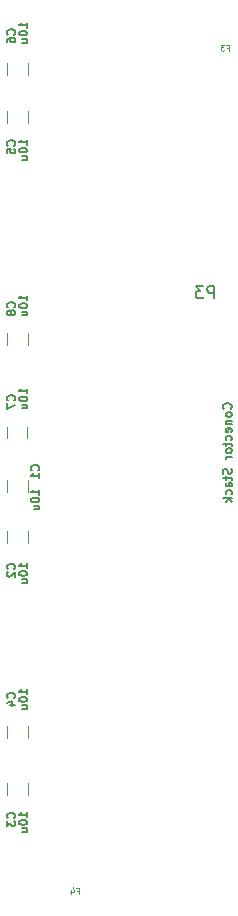
<source format=gbo>
G04 #@! TF.FileFunction,Legend,Bot*
%FSLAX46Y46*%
G04 Gerber Fmt 4.6, Leading zero omitted, Abs format (unit mm)*
G04 Created by KiCad (PCBNEW 4.0.4+e1-6308~48~ubuntu15.10.1-stable) date Fri Nov 17 08:48:54 2017*
%MOMM*%
%LPD*%
G01*
G04 APERTURE LIST*
%ADD10C,0.150000*%
%ADD11C,0.120000*%
%ADD12C,0.100000*%
G04 APERTURE END LIST*
D10*
D11*
X74486000Y-98064000D02*
X74486000Y-99064000D01*
X72786000Y-99064000D02*
X72786000Y-98064000D01*
X72786000Y-103394000D02*
X72786000Y-102394000D01*
X74486000Y-102394000D02*
X74486000Y-103394000D01*
X72786000Y-124730000D02*
X72786000Y-123730000D01*
X74486000Y-123730000D02*
X74486000Y-124730000D01*
X74486000Y-118904000D02*
X74486000Y-119904000D01*
X72786000Y-119904000D02*
X72786000Y-118904000D01*
X72786000Y-67810000D02*
X72786000Y-66810000D01*
X74486000Y-66810000D02*
X74486000Y-67810000D01*
X74486000Y-62746000D02*
X74486000Y-63746000D01*
X72786000Y-63746000D02*
X72786000Y-62746000D01*
X72735200Y-94536200D02*
X72735200Y-93536200D01*
X74435200Y-93536200D02*
X74435200Y-94536200D01*
X74486000Y-85582000D02*
X74486000Y-86582000D01*
X72786000Y-86582000D02*
X72786000Y-85582000D01*
D12*
X78652666Y-132806286D02*
X78819332Y-132806286D01*
X78819332Y-133068190D02*
X78819332Y-132568190D01*
X78581237Y-132568190D01*
X78176476Y-132734857D02*
X78176476Y-133068190D01*
X78295523Y-132544381D02*
X78414571Y-132901524D01*
X78105047Y-132901524D01*
X91352666Y-61432286D02*
X91519332Y-61432286D01*
X91519332Y-61694190D02*
X91519332Y-61194190D01*
X91281237Y-61194190D01*
X91138380Y-61194190D02*
X90828857Y-61194190D01*
X90995523Y-61384667D01*
X90924095Y-61384667D01*
X90876476Y-61408476D01*
X90852666Y-61432286D01*
X90828857Y-61479905D01*
X90828857Y-61598952D01*
X90852666Y-61646571D01*
X90876476Y-61670381D01*
X90924095Y-61694190D01*
X91066952Y-61694190D01*
X91114571Y-61670381D01*
X91138380Y-61646571D01*
D10*
X90258095Y-82652381D02*
X90258095Y-81652381D01*
X89877142Y-81652381D01*
X89781904Y-81700000D01*
X89734285Y-81747619D01*
X89686666Y-81842857D01*
X89686666Y-81985714D01*
X89734285Y-82080952D01*
X89781904Y-82128571D01*
X89877142Y-82176190D01*
X90258095Y-82176190D01*
X89353333Y-81652381D02*
X88734285Y-81652381D01*
X89067619Y-82033333D01*
X88924761Y-82033333D01*
X88829523Y-82080952D01*
X88781904Y-82128571D01*
X88734285Y-82223810D01*
X88734285Y-82461905D01*
X88781904Y-82557143D01*
X88829523Y-82604762D01*
X88924761Y-82652381D01*
X89210476Y-82652381D01*
X89305714Y-82604762D01*
X89353333Y-82557143D01*
X91717857Y-92023573D02*
X91753571Y-91987859D01*
X91789286Y-91880716D01*
X91789286Y-91809287D01*
X91753571Y-91702144D01*
X91682143Y-91630716D01*
X91610714Y-91595001D01*
X91467857Y-91559287D01*
X91360714Y-91559287D01*
X91217857Y-91595001D01*
X91146429Y-91630716D01*
X91075000Y-91702144D01*
X91039286Y-91809287D01*
X91039286Y-91880716D01*
X91075000Y-91987859D01*
X91110714Y-92023573D01*
X91789286Y-92452144D02*
X91753571Y-92380716D01*
X91717857Y-92345001D01*
X91646429Y-92309287D01*
X91432143Y-92309287D01*
X91360714Y-92345001D01*
X91325000Y-92380716D01*
X91289286Y-92452144D01*
X91289286Y-92559287D01*
X91325000Y-92630716D01*
X91360714Y-92666430D01*
X91432143Y-92702144D01*
X91646429Y-92702144D01*
X91717857Y-92666430D01*
X91753571Y-92630716D01*
X91789286Y-92559287D01*
X91789286Y-92452144D01*
X91289286Y-93023572D02*
X91789286Y-93023572D01*
X91360714Y-93023572D02*
X91325000Y-93059287D01*
X91289286Y-93130715D01*
X91289286Y-93237858D01*
X91325000Y-93309287D01*
X91396429Y-93345001D01*
X91789286Y-93345001D01*
X91753571Y-93987858D02*
X91789286Y-93916429D01*
X91789286Y-93773572D01*
X91753571Y-93702143D01*
X91682143Y-93666429D01*
X91396429Y-93666429D01*
X91325000Y-93702143D01*
X91289286Y-93773572D01*
X91289286Y-93916429D01*
X91325000Y-93987858D01*
X91396429Y-94023572D01*
X91467857Y-94023572D01*
X91539286Y-93666429D01*
X91753571Y-94666429D02*
X91789286Y-94595000D01*
X91789286Y-94452143D01*
X91753571Y-94380715D01*
X91717857Y-94345000D01*
X91646429Y-94309286D01*
X91432143Y-94309286D01*
X91360714Y-94345000D01*
X91325000Y-94380715D01*
X91289286Y-94452143D01*
X91289286Y-94595000D01*
X91325000Y-94666429D01*
X91289286Y-94880715D02*
X91289286Y-95166429D01*
X91039286Y-94987857D02*
X91682143Y-94987857D01*
X91753571Y-95023572D01*
X91789286Y-95095000D01*
X91789286Y-95166429D01*
X91789286Y-95523571D02*
X91753571Y-95452143D01*
X91717857Y-95416428D01*
X91646429Y-95380714D01*
X91432143Y-95380714D01*
X91360714Y-95416428D01*
X91325000Y-95452143D01*
X91289286Y-95523571D01*
X91289286Y-95630714D01*
X91325000Y-95702143D01*
X91360714Y-95737857D01*
X91432143Y-95773571D01*
X91646429Y-95773571D01*
X91717857Y-95737857D01*
X91753571Y-95702143D01*
X91789286Y-95630714D01*
X91789286Y-95523571D01*
X91789286Y-96094999D02*
X91289286Y-96094999D01*
X91432143Y-96094999D02*
X91360714Y-96130714D01*
X91325000Y-96166428D01*
X91289286Y-96237857D01*
X91289286Y-96309285D01*
X91753571Y-97095000D02*
X91789286Y-97202143D01*
X91789286Y-97380714D01*
X91753571Y-97452143D01*
X91717857Y-97487857D01*
X91646429Y-97523572D01*
X91575000Y-97523572D01*
X91503571Y-97487857D01*
X91467857Y-97452143D01*
X91432143Y-97380714D01*
X91396429Y-97237857D01*
X91360714Y-97166429D01*
X91325000Y-97130714D01*
X91253571Y-97095000D01*
X91182143Y-97095000D01*
X91110714Y-97130714D01*
X91075000Y-97166429D01*
X91039286Y-97237857D01*
X91039286Y-97416429D01*
X91075000Y-97523572D01*
X91289286Y-97737858D02*
X91289286Y-98023572D01*
X91039286Y-97845000D02*
X91682143Y-97845000D01*
X91753571Y-97880715D01*
X91789286Y-97952143D01*
X91789286Y-98023572D01*
X91789286Y-98595000D02*
X91396429Y-98595000D01*
X91325000Y-98559286D01*
X91289286Y-98487857D01*
X91289286Y-98345000D01*
X91325000Y-98273571D01*
X91753571Y-98595000D02*
X91789286Y-98523571D01*
X91789286Y-98345000D01*
X91753571Y-98273571D01*
X91682143Y-98237857D01*
X91610714Y-98237857D01*
X91539286Y-98273571D01*
X91503571Y-98345000D01*
X91503571Y-98523571D01*
X91467857Y-98595000D01*
X91753571Y-99273571D02*
X91789286Y-99202142D01*
X91789286Y-99059285D01*
X91753571Y-98987857D01*
X91717857Y-98952142D01*
X91646429Y-98916428D01*
X91432143Y-98916428D01*
X91360714Y-98952142D01*
X91325000Y-98987857D01*
X91289286Y-99059285D01*
X91289286Y-99202142D01*
X91325000Y-99273571D01*
X91789286Y-99594999D02*
X91039286Y-99594999D01*
X91503571Y-99666428D02*
X91789286Y-99880714D01*
X91289286Y-99880714D02*
X91575000Y-99594999D01*
X75398440Y-97221214D02*
X75431773Y-97187880D01*
X75465107Y-97087880D01*
X75465107Y-97021214D01*
X75431773Y-96921214D01*
X75365107Y-96854547D01*
X75298440Y-96821214D01*
X75165107Y-96787880D01*
X75065107Y-96787880D01*
X74931773Y-96821214D01*
X74865107Y-96854547D01*
X74798440Y-96921214D01*
X74765107Y-97021214D01*
X74765107Y-97087880D01*
X74798440Y-97187880D01*
X74831773Y-97221214D01*
X75465107Y-97887880D02*
X75465107Y-97487880D01*
X75465107Y-97687880D02*
X74765107Y-97687880D01*
X74865107Y-97621214D01*
X74931773Y-97554547D01*
X74965107Y-97487880D01*
X75465107Y-99280560D02*
X75465107Y-98880560D01*
X75465107Y-99080560D02*
X74765107Y-99080560D01*
X74865107Y-99013894D01*
X74931773Y-98947227D01*
X74965107Y-98880560D01*
X74765107Y-99713894D02*
X74765107Y-99780561D01*
X74798440Y-99847227D01*
X74831773Y-99880561D01*
X74898440Y-99913894D01*
X75031773Y-99947227D01*
X75198440Y-99947227D01*
X75331773Y-99913894D01*
X75398440Y-99880561D01*
X75431773Y-99847227D01*
X75465107Y-99780561D01*
X75465107Y-99713894D01*
X75431773Y-99647227D01*
X75398440Y-99613894D01*
X75331773Y-99580561D01*
X75198440Y-99547227D01*
X75031773Y-99547227D01*
X74898440Y-99580561D01*
X74831773Y-99613894D01*
X74798440Y-99647227D01*
X74765107Y-99713894D01*
X74998440Y-100547228D02*
X75465107Y-100547228D01*
X74998440Y-100247228D02*
X75365107Y-100247228D01*
X75431773Y-100280561D01*
X75465107Y-100347228D01*
X75465107Y-100447228D01*
X75431773Y-100513894D01*
X75398440Y-100547228D01*
X73378000Y-105571334D02*
X73411333Y-105538000D01*
X73444667Y-105438000D01*
X73444667Y-105371334D01*
X73411333Y-105271334D01*
X73344667Y-105204667D01*
X73278000Y-105171334D01*
X73144667Y-105138000D01*
X73044667Y-105138000D01*
X72911333Y-105171334D01*
X72844667Y-105204667D01*
X72778000Y-105271334D01*
X72744667Y-105371334D01*
X72744667Y-105438000D01*
X72778000Y-105538000D01*
X72811333Y-105571334D01*
X72811333Y-105838000D02*
X72778000Y-105871334D01*
X72744667Y-105938000D01*
X72744667Y-106104667D01*
X72778000Y-106171334D01*
X72811333Y-106204667D01*
X72878000Y-106238000D01*
X72944667Y-106238000D01*
X73044667Y-106204667D01*
X73444667Y-105804667D01*
X73444667Y-106238000D01*
X74460667Y-105492000D02*
X74460667Y-105092000D01*
X74460667Y-105292000D02*
X73760667Y-105292000D01*
X73860667Y-105225334D01*
X73927333Y-105158667D01*
X73960667Y-105092000D01*
X73760667Y-105925334D02*
X73760667Y-105992001D01*
X73794000Y-106058667D01*
X73827333Y-106092001D01*
X73894000Y-106125334D01*
X74027333Y-106158667D01*
X74194000Y-106158667D01*
X74327333Y-106125334D01*
X74394000Y-106092001D01*
X74427333Y-106058667D01*
X74460667Y-105992001D01*
X74460667Y-105925334D01*
X74427333Y-105858667D01*
X74394000Y-105825334D01*
X74327333Y-105792001D01*
X74194000Y-105758667D01*
X74027333Y-105758667D01*
X73894000Y-105792001D01*
X73827333Y-105825334D01*
X73794000Y-105858667D01*
X73760667Y-105925334D01*
X73994000Y-106758668D02*
X74460667Y-106758668D01*
X73994000Y-106458668D02*
X74360667Y-106458668D01*
X74427333Y-106492001D01*
X74460667Y-106558668D01*
X74460667Y-106658668D01*
X74427333Y-106725334D01*
X74394000Y-106758668D01*
X73378000Y-126653334D02*
X73411333Y-126620000D01*
X73444667Y-126520000D01*
X73444667Y-126453334D01*
X73411333Y-126353334D01*
X73344667Y-126286667D01*
X73278000Y-126253334D01*
X73144667Y-126220000D01*
X73044667Y-126220000D01*
X72911333Y-126253334D01*
X72844667Y-126286667D01*
X72778000Y-126353334D01*
X72744667Y-126453334D01*
X72744667Y-126520000D01*
X72778000Y-126620000D01*
X72811333Y-126653334D01*
X72744667Y-126886667D02*
X72744667Y-127320000D01*
X73011333Y-127086667D01*
X73011333Y-127186667D01*
X73044667Y-127253334D01*
X73078000Y-127286667D01*
X73144667Y-127320000D01*
X73311333Y-127320000D01*
X73378000Y-127286667D01*
X73411333Y-127253334D01*
X73444667Y-127186667D01*
X73444667Y-126986667D01*
X73411333Y-126920000D01*
X73378000Y-126886667D01*
X74460667Y-126574000D02*
X74460667Y-126174000D01*
X74460667Y-126374000D02*
X73760667Y-126374000D01*
X73860667Y-126307334D01*
X73927333Y-126240667D01*
X73960667Y-126174000D01*
X73760667Y-127007334D02*
X73760667Y-127074001D01*
X73794000Y-127140667D01*
X73827333Y-127174001D01*
X73894000Y-127207334D01*
X74027333Y-127240667D01*
X74194000Y-127240667D01*
X74327333Y-127207334D01*
X74394000Y-127174001D01*
X74427333Y-127140667D01*
X74460667Y-127074001D01*
X74460667Y-127007334D01*
X74427333Y-126940667D01*
X74394000Y-126907334D01*
X74327333Y-126874001D01*
X74194000Y-126840667D01*
X74027333Y-126840667D01*
X73894000Y-126874001D01*
X73827333Y-126907334D01*
X73794000Y-126940667D01*
X73760667Y-127007334D01*
X73994000Y-127840668D02*
X74460667Y-127840668D01*
X73994000Y-127540668D02*
X74360667Y-127540668D01*
X74427333Y-127574001D01*
X74460667Y-127640668D01*
X74460667Y-127740668D01*
X74427333Y-127807334D01*
X74394000Y-127840668D01*
X73378000Y-116493334D02*
X73411333Y-116460000D01*
X73444667Y-116360000D01*
X73444667Y-116293334D01*
X73411333Y-116193334D01*
X73344667Y-116126667D01*
X73278000Y-116093334D01*
X73144667Y-116060000D01*
X73044667Y-116060000D01*
X72911333Y-116093334D01*
X72844667Y-116126667D01*
X72778000Y-116193334D01*
X72744667Y-116293334D01*
X72744667Y-116360000D01*
X72778000Y-116460000D01*
X72811333Y-116493334D01*
X72978000Y-117093334D02*
X73444667Y-117093334D01*
X72711333Y-116926667D02*
X73211333Y-116760000D01*
X73211333Y-117193334D01*
X74460667Y-116160000D02*
X74460667Y-115760000D01*
X74460667Y-115960000D02*
X73760667Y-115960000D01*
X73860667Y-115893334D01*
X73927333Y-115826667D01*
X73960667Y-115760000D01*
X73760667Y-116593334D02*
X73760667Y-116660001D01*
X73794000Y-116726667D01*
X73827333Y-116760001D01*
X73894000Y-116793334D01*
X74027333Y-116826667D01*
X74194000Y-116826667D01*
X74327333Y-116793334D01*
X74394000Y-116760001D01*
X74427333Y-116726667D01*
X74460667Y-116660001D01*
X74460667Y-116593334D01*
X74427333Y-116526667D01*
X74394000Y-116493334D01*
X74327333Y-116460001D01*
X74194000Y-116426667D01*
X74027333Y-116426667D01*
X73894000Y-116460001D01*
X73827333Y-116493334D01*
X73794000Y-116526667D01*
X73760667Y-116593334D01*
X73994000Y-117426668D02*
X74460667Y-117426668D01*
X73994000Y-117126668D02*
X74360667Y-117126668D01*
X74427333Y-117160001D01*
X74460667Y-117226668D01*
X74460667Y-117326668D01*
X74427333Y-117393334D01*
X74394000Y-117426668D01*
X73378000Y-69733334D02*
X73411333Y-69700000D01*
X73444667Y-69600000D01*
X73444667Y-69533334D01*
X73411333Y-69433334D01*
X73344667Y-69366667D01*
X73278000Y-69333334D01*
X73144667Y-69300000D01*
X73044667Y-69300000D01*
X72911333Y-69333334D01*
X72844667Y-69366667D01*
X72778000Y-69433334D01*
X72744667Y-69533334D01*
X72744667Y-69600000D01*
X72778000Y-69700000D01*
X72811333Y-69733334D01*
X72744667Y-70366667D02*
X72744667Y-70033334D01*
X73078000Y-70000000D01*
X73044667Y-70033334D01*
X73011333Y-70100000D01*
X73011333Y-70266667D01*
X73044667Y-70333334D01*
X73078000Y-70366667D01*
X73144667Y-70400000D01*
X73311333Y-70400000D01*
X73378000Y-70366667D01*
X73411333Y-70333334D01*
X73444667Y-70266667D01*
X73444667Y-70100000D01*
X73411333Y-70033334D01*
X73378000Y-70000000D01*
X74460667Y-69654000D02*
X74460667Y-69254000D01*
X74460667Y-69454000D02*
X73760667Y-69454000D01*
X73860667Y-69387334D01*
X73927333Y-69320667D01*
X73960667Y-69254000D01*
X73760667Y-70087334D02*
X73760667Y-70154001D01*
X73794000Y-70220667D01*
X73827333Y-70254001D01*
X73894000Y-70287334D01*
X74027333Y-70320667D01*
X74194000Y-70320667D01*
X74327333Y-70287334D01*
X74394000Y-70254001D01*
X74427333Y-70220667D01*
X74460667Y-70154001D01*
X74460667Y-70087334D01*
X74427333Y-70020667D01*
X74394000Y-69987334D01*
X74327333Y-69954001D01*
X74194000Y-69920667D01*
X74027333Y-69920667D01*
X73894000Y-69954001D01*
X73827333Y-69987334D01*
X73794000Y-70020667D01*
X73760667Y-70087334D01*
X73994000Y-70920668D02*
X74460667Y-70920668D01*
X73994000Y-70620668D02*
X74360667Y-70620668D01*
X74427333Y-70654001D01*
X74460667Y-70720668D01*
X74460667Y-70820668D01*
X74427333Y-70887334D01*
X74394000Y-70920668D01*
X73378000Y-60335334D02*
X73411333Y-60302000D01*
X73444667Y-60202000D01*
X73444667Y-60135334D01*
X73411333Y-60035334D01*
X73344667Y-59968667D01*
X73278000Y-59935334D01*
X73144667Y-59902000D01*
X73044667Y-59902000D01*
X72911333Y-59935334D01*
X72844667Y-59968667D01*
X72778000Y-60035334D01*
X72744667Y-60135334D01*
X72744667Y-60202000D01*
X72778000Y-60302000D01*
X72811333Y-60335334D01*
X72744667Y-60935334D02*
X72744667Y-60802000D01*
X72778000Y-60735334D01*
X72811333Y-60702000D01*
X72911333Y-60635334D01*
X73044667Y-60602000D01*
X73311333Y-60602000D01*
X73378000Y-60635334D01*
X73411333Y-60668667D01*
X73444667Y-60735334D01*
X73444667Y-60868667D01*
X73411333Y-60935334D01*
X73378000Y-60968667D01*
X73311333Y-61002000D01*
X73144667Y-61002000D01*
X73078000Y-60968667D01*
X73044667Y-60935334D01*
X73011333Y-60868667D01*
X73011333Y-60735334D01*
X73044667Y-60668667D01*
X73078000Y-60635334D01*
X73144667Y-60602000D01*
X74460667Y-59748000D02*
X74460667Y-59348000D01*
X74460667Y-59548000D02*
X73760667Y-59548000D01*
X73860667Y-59481334D01*
X73927333Y-59414667D01*
X73960667Y-59348000D01*
X73760667Y-60181334D02*
X73760667Y-60248001D01*
X73794000Y-60314667D01*
X73827333Y-60348001D01*
X73894000Y-60381334D01*
X74027333Y-60414667D01*
X74194000Y-60414667D01*
X74327333Y-60381334D01*
X74394000Y-60348001D01*
X74427333Y-60314667D01*
X74460667Y-60248001D01*
X74460667Y-60181334D01*
X74427333Y-60114667D01*
X74394000Y-60081334D01*
X74327333Y-60048001D01*
X74194000Y-60014667D01*
X74027333Y-60014667D01*
X73894000Y-60048001D01*
X73827333Y-60081334D01*
X73794000Y-60114667D01*
X73760667Y-60181334D01*
X73994000Y-61014668D02*
X74460667Y-61014668D01*
X73994000Y-60714668D02*
X74360667Y-60714668D01*
X74427333Y-60748001D01*
X74460667Y-60814668D01*
X74460667Y-60914668D01*
X74427333Y-60981334D01*
X74394000Y-61014668D01*
X73378000Y-91303334D02*
X73411333Y-91270000D01*
X73444667Y-91170000D01*
X73444667Y-91103334D01*
X73411333Y-91003334D01*
X73344667Y-90936667D01*
X73278000Y-90903334D01*
X73144667Y-90870000D01*
X73044667Y-90870000D01*
X72911333Y-90903334D01*
X72844667Y-90936667D01*
X72778000Y-91003334D01*
X72744667Y-91103334D01*
X72744667Y-91170000D01*
X72778000Y-91270000D01*
X72811333Y-91303334D01*
X72744667Y-91536667D02*
X72744667Y-92003334D01*
X73444667Y-91703334D01*
X74460667Y-90716000D02*
X74460667Y-90316000D01*
X74460667Y-90516000D02*
X73760667Y-90516000D01*
X73860667Y-90449334D01*
X73927333Y-90382667D01*
X73960667Y-90316000D01*
X73760667Y-91149334D02*
X73760667Y-91216001D01*
X73794000Y-91282667D01*
X73827333Y-91316001D01*
X73894000Y-91349334D01*
X74027333Y-91382667D01*
X74194000Y-91382667D01*
X74327333Y-91349334D01*
X74394000Y-91316001D01*
X74427333Y-91282667D01*
X74460667Y-91216001D01*
X74460667Y-91149334D01*
X74427333Y-91082667D01*
X74394000Y-91049334D01*
X74327333Y-91016001D01*
X74194000Y-90982667D01*
X74027333Y-90982667D01*
X73894000Y-91016001D01*
X73827333Y-91049334D01*
X73794000Y-91082667D01*
X73760667Y-91149334D01*
X73994000Y-91982668D02*
X74460667Y-91982668D01*
X73994000Y-91682668D02*
X74360667Y-91682668D01*
X74427333Y-91716001D01*
X74460667Y-91782668D01*
X74460667Y-91882668D01*
X74427333Y-91949334D01*
X74394000Y-91982668D01*
X73378000Y-83425334D02*
X73411333Y-83392000D01*
X73444667Y-83292000D01*
X73444667Y-83225334D01*
X73411333Y-83125334D01*
X73344667Y-83058667D01*
X73278000Y-83025334D01*
X73144667Y-82992000D01*
X73044667Y-82992000D01*
X72911333Y-83025334D01*
X72844667Y-83058667D01*
X72778000Y-83125334D01*
X72744667Y-83225334D01*
X72744667Y-83292000D01*
X72778000Y-83392000D01*
X72811333Y-83425334D01*
X73044667Y-83825334D02*
X73011333Y-83758667D01*
X72978000Y-83725334D01*
X72911333Y-83692000D01*
X72878000Y-83692000D01*
X72811333Y-83725334D01*
X72778000Y-83758667D01*
X72744667Y-83825334D01*
X72744667Y-83958667D01*
X72778000Y-84025334D01*
X72811333Y-84058667D01*
X72878000Y-84092000D01*
X72911333Y-84092000D01*
X72978000Y-84058667D01*
X73011333Y-84025334D01*
X73044667Y-83958667D01*
X73044667Y-83825334D01*
X73078000Y-83758667D01*
X73111333Y-83725334D01*
X73178000Y-83692000D01*
X73311333Y-83692000D01*
X73378000Y-83725334D01*
X73411333Y-83758667D01*
X73444667Y-83825334D01*
X73444667Y-83958667D01*
X73411333Y-84025334D01*
X73378000Y-84058667D01*
X73311333Y-84092000D01*
X73178000Y-84092000D01*
X73111333Y-84058667D01*
X73078000Y-84025334D01*
X73044667Y-83958667D01*
X74460667Y-82838000D02*
X74460667Y-82438000D01*
X74460667Y-82638000D02*
X73760667Y-82638000D01*
X73860667Y-82571334D01*
X73927333Y-82504667D01*
X73960667Y-82438000D01*
X73760667Y-83271334D02*
X73760667Y-83338001D01*
X73794000Y-83404667D01*
X73827333Y-83438001D01*
X73894000Y-83471334D01*
X74027333Y-83504667D01*
X74194000Y-83504667D01*
X74327333Y-83471334D01*
X74394000Y-83438001D01*
X74427333Y-83404667D01*
X74460667Y-83338001D01*
X74460667Y-83271334D01*
X74427333Y-83204667D01*
X74394000Y-83171334D01*
X74327333Y-83138001D01*
X74194000Y-83104667D01*
X74027333Y-83104667D01*
X73894000Y-83138001D01*
X73827333Y-83171334D01*
X73794000Y-83204667D01*
X73760667Y-83271334D01*
X73994000Y-84104668D02*
X74460667Y-84104668D01*
X73994000Y-83804668D02*
X74360667Y-83804668D01*
X74427333Y-83838001D01*
X74460667Y-83904668D01*
X74460667Y-84004668D01*
X74427333Y-84071334D01*
X74394000Y-84104668D01*
M02*

</source>
